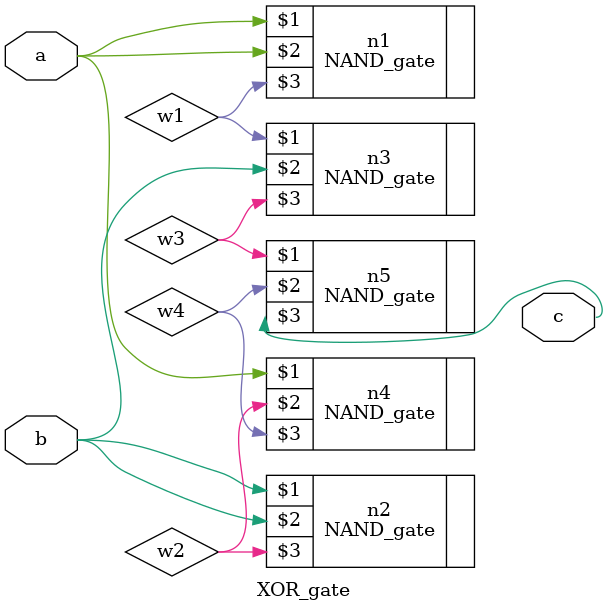
<source format=v>
`include "NAND.v"
module XOR_gate(a, b, c);
input a, b;
output c;

wire w1, w2, w3, w4;

NAND_gate n1(a, a, w1);
NAND_gate n2(b, b, w2);
NAND_gate n3(w1, b, w3);
NAND_gate n4(a, w2, w4);
NAND_gate n5(w3, w4, c);

endmodule
</source>
